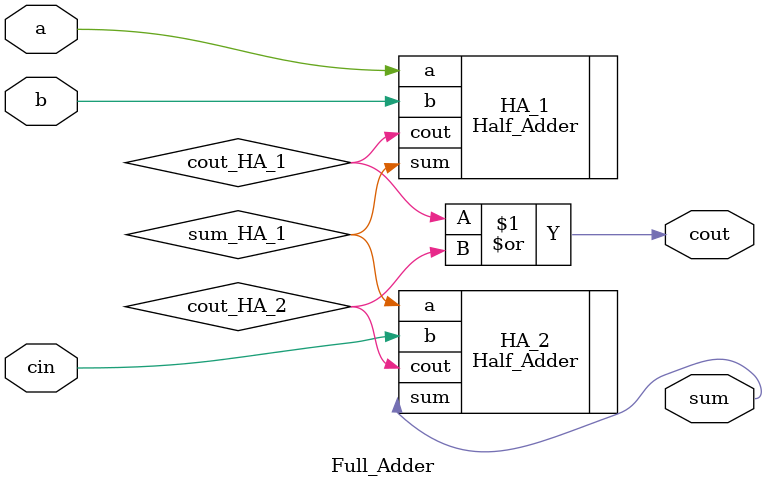
<source format=sv>
`timescale 1ns / 1ps


module Full_Adder(
    input logic  a,
    input logic  b,
    input logic  cin,
    output logic cout,
    output logic sum
    );
    
    //Wires
    logic cout_HA_1, cout_HA_2;
    logic sum_HA_1;
    
    assign cout = cout_HA_1 | cout_HA_2;
    
    //Instantiation
    Half_Adder HA_1(.a(a),        .b(b),   .cout(cout_HA_1),    .sum(sum_HA_1));
    Half_Adder HA_2(.a(sum_HA_1), .b(cin), .cout(cout_HA_2),    .sum(sum));
    
endmodule

</source>
